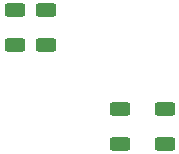
<source format=gbp>
%TF.GenerationSoftware,KiCad,Pcbnew,(6.0.1)*%
%TF.CreationDate,2022-02-08T10:08:30+01:00*%
%TF.ProjectId,CaricoFittizioStrumentato,43617269-636f-4466-9974-74697a696f53,rev?*%
%TF.SameCoordinates,Original*%
%TF.FileFunction,Paste,Bot*%
%TF.FilePolarity,Positive*%
%FSLAX46Y46*%
G04 Gerber Fmt 4.6, Leading zero omitted, Abs format (unit mm)*
G04 Created by KiCad (PCBNEW (6.0.1)) date 2022-02-08 10:08:30*
%MOMM*%
%LPD*%
G01*
G04 APERTURE LIST*
G04 Aperture macros list*
%AMRoundRect*
0 Rectangle with rounded corners*
0 $1 Rounding radius*
0 $2 $3 $4 $5 $6 $7 $8 $9 X,Y pos of 4 corners*
0 Add a 4 corners polygon primitive as box body*
4,1,4,$2,$3,$4,$5,$6,$7,$8,$9,$2,$3,0*
0 Add four circle primitives for the rounded corners*
1,1,$1+$1,$2,$3*
1,1,$1+$1,$4,$5*
1,1,$1+$1,$6,$7*
1,1,$1+$1,$8,$9*
0 Add four rect primitives between the rounded corners*
20,1,$1+$1,$2,$3,$4,$5,0*
20,1,$1+$1,$4,$5,$6,$7,0*
20,1,$1+$1,$6,$7,$8,$9,0*
20,1,$1+$1,$8,$9,$2,$3,0*%
G04 Aperture macros list end*
%ADD10RoundRect,0.250000X-0.625000X0.312500X-0.625000X-0.312500X0.625000X-0.312500X0.625000X0.312500X0*%
%ADD11RoundRect,0.250000X0.625000X-0.312500X0.625000X0.312500X-0.625000X0.312500X-0.625000X-0.312500X0*%
G04 APERTURE END LIST*
D10*
X123444000Y-143952500D03*
X123444000Y-146877500D03*
D11*
X129667000Y-155259500D03*
X129667000Y-152334500D03*
D10*
X120777000Y-143952500D03*
X120777000Y-146877500D03*
D11*
X133477000Y-155259500D03*
X133477000Y-152334500D03*
M02*

</source>
